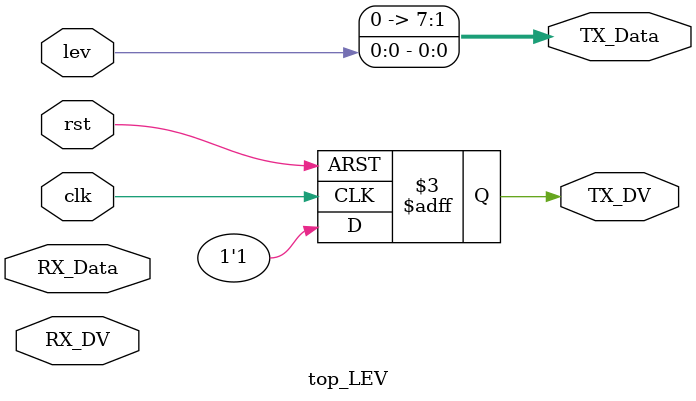
<source format=v>
`timescale 1ns / 1ps


module top_LEV #(parameter DATABITS = 8, SIZE = 1, Nbit = 200, MAX=1000) (
input wire clk, rst,
    input wire [SIZE-1:0] lev, //tasto lev da rendere a 8bit
    input wire [DATABITS-1:0]RX_Data,
    input wire RX_DV,
    
    output reg TX_DV,
    output wire [DATABITS-1:0]TX_Data
    );
    wire tasto_lev;
    
    always@(posedge clk, posedge rst)
    if(rst == 1'b1) TX_DV <= 1'b0;
    else TX_DV <= 1'b1;
    
    //debouncer #(.Nbit(Nbit), .MAX(MAX)) db1(.clk(clk), .rst(rst), .TASTO(lev), .TASTO_DB(tasto_lev));
   
    //il dato in uscita verso il Master ha il seguente formato: {0...0,x} dove x è il valore a 1 bit del bottone
    assign TX_Data = {{DATABITS-SIZE{1'b0}}, lev};
endmodule

</source>
